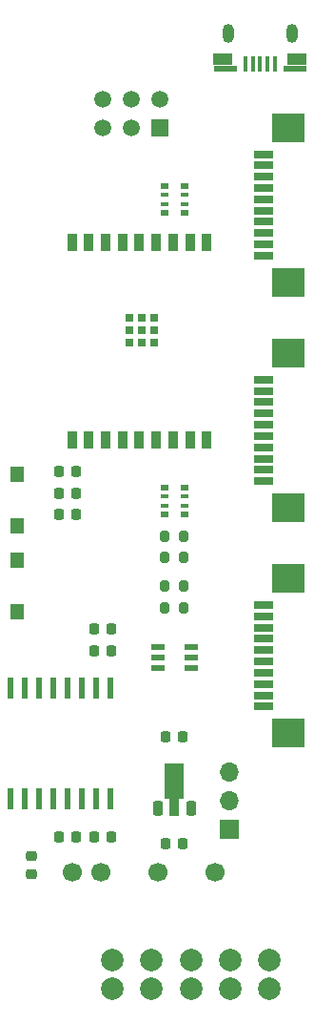
<source format=gbr>
%TF.GenerationSoftware,KiCad,Pcbnew,8.0.7-8.0.7-0~ubuntu24.04.1*%
%TF.CreationDate,2025-01-21T08:38:03+03:00*%
%TF.ProjectId,PM-ESPC3,504d2d45-5350-4433-932e-6b696361645f,rev?*%
%TF.SameCoordinates,Original*%
%TF.FileFunction,Soldermask,Top*%
%TF.FilePolarity,Negative*%
%FSLAX46Y46*%
G04 Gerber Fmt 4.6, Leading zero omitted, Abs format (unit mm)*
G04 Created by KiCad (PCBNEW 8.0.7-8.0.7-0~ubuntu24.04.1) date 2025-01-21 08:38:03*
%MOMM*%
%LPD*%
G01*
G04 APERTURE LIST*
G04 Aperture macros list*
%AMRoundRect*
0 Rectangle with rounded corners*
0 $1 Rounding radius*
0 $2 $3 $4 $5 $6 $7 $8 $9 X,Y pos of 4 corners*
0 Add a 4 corners polygon primitive as box body*
4,1,4,$2,$3,$4,$5,$6,$7,$8,$9,$2,$3,0*
0 Add four circle primitives for the rounded corners*
1,1,$1+$1,$2,$3*
1,1,$1+$1,$4,$5*
1,1,$1+$1,$6,$7*
1,1,$1+$1,$8,$9*
0 Add four rect primitives between the rounded corners*
20,1,$1+$1,$2,$3,$4,$5,0*
20,1,$1+$1,$4,$5,$6,$7,0*
20,1,$1+$1,$6,$7,$8,$9,0*
20,1,$1+$1,$8,$9,$2,$3,0*%
%AMFreePoly0*
4,1,9,3.862500,-0.866500,0.737500,-0.866500,0.737500,-0.450000,-0.737500,-0.450000,-0.737500,0.450000,0.737500,0.450000,0.737500,0.866500,3.862500,0.866500,3.862500,-0.866500,3.862500,-0.866500,$1*%
G04 Aperture macros list end*
%ADD10R,1.244600X1.346200*%
%ADD11R,0.889000X1.498600*%
%ADD12R,0.711200X0.711200*%
%ADD13RoundRect,0.225000X0.225000X0.250000X-0.225000X0.250000X-0.225000X-0.250000X0.225000X-0.250000X0*%
%ADD14R,1.500000X1.500000*%
%ADD15C,1.500000*%
%ADD16RoundRect,0.225000X0.225000X-0.425000X0.225000X0.425000X-0.225000X0.425000X-0.225000X-0.425000X0*%
%ADD17FreePoly0,90.000000*%
%ADD18R,0.406400X1.350000*%
%ADD19R,1.679095X1.075150*%
%ADD20R,2.108196X0.525058*%
%ADD21O,1.000000X1.700000*%
%ADD22R,0.800000X0.500000*%
%ADD23R,0.800000X0.400000*%
%ADD24R,0.482600X1.854200*%
%ADD25R,1.803400X0.635000*%
%ADD26R,2.997200X2.590800*%
%ADD27C,2.000000*%
%ADD28RoundRect,0.200000X-0.200000X-0.275000X0.200000X-0.275000X0.200000X0.275000X-0.200000X0.275000X0*%
%ADD29R,1.181100X0.558800*%
%ADD30RoundRect,0.225000X-0.225000X-0.250000X0.225000X-0.250000X0.225000X0.250000X-0.225000X0.250000X0*%
%ADD31C,1.700000*%
%ADD32RoundRect,0.225000X0.250000X-0.225000X0.250000X0.225000X-0.250000X0.225000X-0.250000X-0.225000X0*%
%ADD33R,1.700000X1.700000*%
%ADD34O,1.700000X1.700000*%
G04 APERTURE END LIST*
D10*
%TO.C,SW2*%
X2540000Y6096000D03*
X2540000Y1524000D03*
%TD*%
D11*
%TO.C,U1*%
X7390002Y9170000D03*
X8890001Y9170000D03*
X10390001Y9170000D03*
X11890000Y9170000D03*
X13390000Y9170000D03*
X14890000Y9170000D03*
X16390002Y9170000D03*
X17890001Y9170000D03*
X19390001Y9170000D03*
X19389998Y26670000D03*
X17889999Y26670000D03*
X16389999Y26670000D03*
X14890000Y26670000D03*
X13390000Y26670000D03*
X11890000Y26670000D03*
X10389998Y26670000D03*
X8889999Y26670000D03*
X7389999Y26670000D03*
D12*
X12490000Y17780000D03*
X13590000Y17780000D03*
X14690000Y17780000D03*
X12490000Y18880000D03*
X13590000Y18880000D03*
X14690000Y18880000D03*
X12490000Y19980000D03*
X13590000Y19980000D03*
X14690000Y19980000D03*
%TD*%
D13*
%TO.C,C8*%
X10935000Y-9525000D03*
X9385000Y-9525000D03*
%TD*%
%TO.C,C1*%
X7760000Y2540000D03*
X6210000Y2540000D03*
%TD*%
D14*
%TO.C,SW4*%
X15240000Y36830000D03*
D15*
X12700000Y36830000D03*
X10160000Y36830000D03*
X15240000Y39370000D03*
X12700000Y39370000D03*
X10160000Y39370000D03*
%TD*%
D16*
%TO.C,U2*%
X15010000Y-23540000D03*
D17*
X16510000Y-23452500D03*
D16*
X18010000Y-23540000D03*
%TD*%
D18*
%TO.C,J1*%
X25430000Y42527092D03*
X24780014Y42527092D03*
X24130028Y42527092D03*
X23480042Y42527092D03*
D19*
X27444579Y42914733D03*
D20*
X27230029Y42114629D03*
D21*
X26955029Y45202208D03*
D18*
X22830056Y42527092D03*
D21*
X21305027Y45202208D03*
D20*
X21030031Y42114621D03*
D19*
X20815481Y42914725D03*
%TD*%
D13*
%TO.C,C5*%
X7760000Y4445000D03*
X6210000Y4445000D03*
%TD*%
D22*
%TO.C,RN2*%
X15610000Y4940000D03*
D23*
X15610000Y4140000D03*
X15610000Y3340000D03*
D22*
X15610000Y2540000D03*
X17410000Y2540000D03*
D23*
X17410000Y3340000D03*
X17410000Y4140000D03*
D22*
X17410000Y4940000D03*
%TD*%
D24*
%TO.C,U6*%
X10795000Y-12903200D03*
X9525000Y-12903200D03*
X8255000Y-12903200D03*
X6985000Y-12903200D03*
X5715000Y-12903200D03*
X4445000Y-12903200D03*
X3175000Y-12903200D03*
X1905000Y-12903200D03*
X1905000Y-22656800D03*
X3175000Y-22656800D03*
X4445000Y-22656800D03*
X5715000Y-22656800D03*
X6985000Y-22656800D03*
X8255000Y-22656800D03*
X9525000Y-22656800D03*
X10795000Y-22656800D03*
%TD*%
D25*
%TO.C,J8*%
X24444000Y25500009D03*
X24444000Y26500007D03*
X24444000Y27500005D03*
X24444000Y28500003D03*
X24444000Y29500001D03*
X24444000Y30499999D03*
X24444000Y31499997D03*
X24444000Y32499995D03*
X24444000Y33499993D03*
X24444000Y34499991D03*
D26*
X26614001Y23149998D03*
X26614001Y36850002D03*
%TD*%
D13*
%TO.C,C4*%
X17285000Y-17145000D03*
X15735000Y-17145000D03*
%TD*%
D27*
%TO.C,J6*%
X11000000Y-37000000D03*
X14500000Y-37000000D03*
X18000000Y-37000000D03*
X21500000Y-37000000D03*
X25000000Y-37000000D03*
X11000000Y-39500000D03*
X14500000Y-39500000D03*
X18000000Y-39500000D03*
X21500000Y-39500000D03*
X25000000Y-39500000D03*
%TD*%
D13*
%TO.C,C12*%
X17285000Y-26670000D03*
X15735000Y-26670000D03*
%TD*%
%TO.C,C2*%
X7760000Y6350000D03*
X6210000Y6350000D03*
%TD*%
D28*
%TO.C,R3*%
X15685000Y635000D03*
X17335000Y635000D03*
%TD*%
D29*
%TO.C,U5*%
X15043150Y-9209999D03*
X15043150Y-10160000D03*
X15043150Y-11110001D03*
X17976850Y-11110001D03*
X17976850Y-10160000D03*
X17976850Y-9209999D03*
%TD*%
D30*
%TO.C,C9*%
X6210000Y-26035000D03*
X7760000Y-26035000D03*
%TD*%
D31*
%TO.C,PS1*%
X7410000Y-29210000D03*
X9950000Y-29210000D03*
X15030000Y-29210000D03*
X20110000Y-29210000D03*
%TD*%
D25*
%TO.C,J5*%
X24444000Y-14499991D03*
X24444000Y-13499993D03*
X24444000Y-12499995D03*
X24444000Y-11499997D03*
X24444000Y-10499999D03*
X24444000Y-9500001D03*
X24444000Y-8500003D03*
X24444000Y-7500005D03*
X24444000Y-6500007D03*
X24444000Y-5500009D03*
D26*
X26614001Y-16850002D03*
X26614001Y-3149998D03*
%TD*%
D28*
%TO.C,R1*%
X15685000Y-1270000D03*
X17335000Y-1270000D03*
%TD*%
D10*
%TO.C,SW1*%
X2540000Y-6096000D03*
X2540000Y-1524000D03*
%TD*%
D28*
%TO.C,R2*%
X15685000Y-5715000D03*
X17335000Y-5715000D03*
%TD*%
D25*
%TO.C,J2*%
X24444000Y5500009D03*
X24444000Y6500007D03*
X24444000Y7500005D03*
X24444000Y8500003D03*
X24444000Y9500001D03*
X24444000Y10499999D03*
X24444000Y11499997D03*
X24444000Y12499995D03*
X24444000Y13499993D03*
X24444000Y14499991D03*
D26*
X26614001Y3149998D03*
X26614001Y16850002D03*
%TD*%
D28*
%TO.C,R5*%
X15685000Y-3810000D03*
X17335000Y-3810000D03*
%TD*%
D13*
%TO.C,C6*%
X10935000Y-26035000D03*
X9385000Y-26035000D03*
%TD*%
D22*
%TO.C,RN1*%
X15610000Y31680000D03*
D23*
X15610000Y30880000D03*
X15610000Y30080000D03*
D22*
X15610000Y29280000D03*
X17410000Y29280000D03*
D23*
X17410000Y30080000D03*
X17410000Y30880000D03*
D22*
X17410000Y31680000D03*
%TD*%
D13*
%TO.C,C10*%
X10935000Y-7620000D03*
X9385000Y-7620000D03*
%TD*%
D32*
%TO.C,C7*%
X3810000Y-29350000D03*
X3810000Y-27800000D03*
%TD*%
D33*
%TO.C,J3*%
X21380000Y-25400000D03*
D34*
X21380000Y-22860000D03*
X21380000Y-20320000D03*
%TD*%
M02*

</source>
